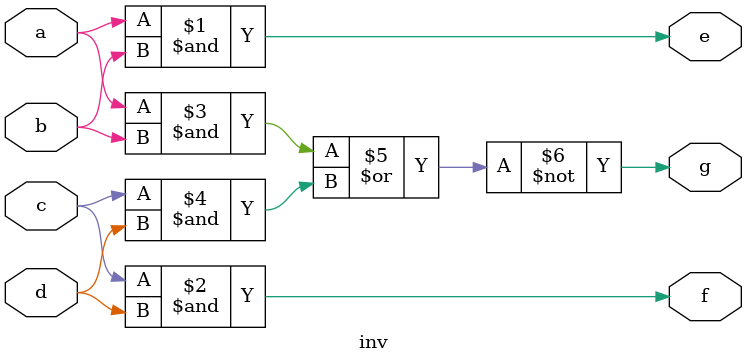
<source format=v>
`timescale 1ns / 1ps

module inv(a, b, c, d, e, f, g);
input a, b, c, d;
output e, f, g;

assign e = a&b;
assign f = c&d;
assign g = ~((a&b)|(c&d));
endmodule

</source>
